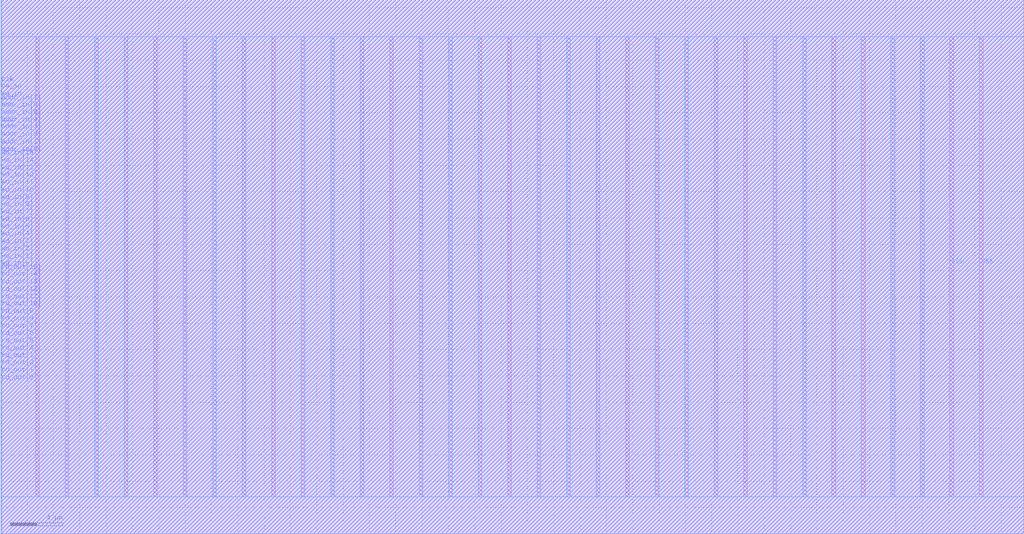
<source format=lef>
VERSION 5.7 ;
BUSBITCHARS "[]" ;
MACRO fakeram45_256x16_bottom
  FOREIGN fakeram45_256x16_bottom 0 0 ;
  SYMMETRY X Y R90 ;
  SIZE 77.710 BY 40.600 ;
  CLASS BLOCK ;
  PIN rd_out[0]
    DIRECTION OUTPUT ;
    USE SIGNAL ;
    SHAPE ABUTMENT ;
    PORT
      LAYER M3 ;
      RECT 0.000 11.480 0.070 11.550 ;
    END
  END rd_out[0]
  PIN rd_out[1]
    DIRECTION OUTPUT ;
    USE SIGNAL ;
    SHAPE ABUTMENT ;
    PORT
      LAYER M3 ;
      RECT 0.000 12.040 0.070 12.110 ;
    END
  END rd_out[1]
  PIN rd_out[2]
    DIRECTION OUTPUT ;
    USE SIGNAL ;
    SHAPE ABUTMENT ;
    PORT
      LAYER M3 ;
      RECT 0.000 12.600 0.070 12.670 ;
    END
  END rd_out[2]
  PIN rd_out[3]
    DIRECTION OUTPUT ;
    USE SIGNAL ;
    SHAPE ABUTMENT ;
    PORT
      LAYER M3 ;
      RECT 0.000 13.160 0.070 13.230 ;
    END
  END rd_out[3]
  PIN rd_out[4]
    DIRECTION OUTPUT ;
    USE SIGNAL ;
    SHAPE ABUTMENT ;
    PORT
      LAYER M3 ;
      RECT 0.000 13.720 0.070 13.790 ;
    END
  END rd_out[4]
  PIN rd_out[5]
    DIRECTION OUTPUT ;
    USE SIGNAL ;
    SHAPE ABUTMENT ;
    PORT
      LAYER M3 ;
      RECT 0.000 14.280 0.070 14.350 ;
    END
  END rd_out[5]
  PIN rd_out[6]
    DIRECTION OUTPUT ;
    USE SIGNAL ;
    SHAPE ABUTMENT ;
    PORT
      LAYER M3 ;
      RECT 0.000 14.840 0.070 14.910 ;
    END
  END rd_out[6]
  PIN rd_out[7]
    DIRECTION OUTPUT ;
    USE SIGNAL ;
    SHAPE ABUTMENT ;
    PORT
      LAYER M3 ;
      RECT 0.000 15.400 0.070 15.470 ;
    END
  END rd_out[7]
  PIN rd_out[8]
    DIRECTION OUTPUT ;
    USE SIGNAL ;
    SHAPE ABUTMENT ;
    PORT
      LAYER M3 ;
      RECT 0.000 15.960 0.070 16.030 ;
    END
  END rd_out[8]
  PIN rd_out[9]
    DIRECTION OUTPUT ;
    USE SIGNAL ;
    SHAPE ABUTMENT ;
    PORT
      LAYER M3 ;
      RECT 0.000 16.520 0.070 16.590 ;
    END
  END rd_out[9]
  PIN rd_out[10]
    DIRECTION OUTPUT ;
    USE SIGNAL ;
    SHAPE ABUTMENT ;
    PORT
      LAYER M3 ;
      RECT 0.000 17.080 0.070 17.150 ;
    END
  END rd_out[10]
  PIN rd_out[11]
    DIRECTION OUTPUT ;
    USE SIGNAL ;
    SHAPE ABUTMENT ;
    PORT
      LAYER M3 ;
      RECT 0.000 17.640 0.070 17.710 ;
    END
  END rd_out[11]
  PIN rd_out[12]
    DIRECTION OUTPUT ;
    USE SIGNAL ;
    SHAPE ABUTMENT ;
    PORT
      LAYER M3 ;
      RECT 0.000 18.200 0.070 18.270 ;
    END
  END rd_out[12]
  PIN rd_out[13]
    DIRECTION OUTPUT ;
    USE SIGNAL ;
    SHAPE ABUTMENT ;
    PORT
      LAYER M3 ;
      RECT 0.000 18.760 0.070 18.830 ;
    END
  END rd_out[13]
  PIN rd_out[14]
    DIRECTION OUTPUT ;
    USE SIGNAL ;
    SHAPE ABUTMENT ;
    PORT
      LAYER M3 ;
      RECT 0.000 19.320 0.070 19.390 ;
    END
  END rd_out[14]
  PIN rd_out[15]
    DIRECTION OUTPUT ;
    USE SIGNAL ;
    SHAPE ABUTMENT ;
    PORT
      LAYER M3 ;
      RECT 0.000 19.880 0.070 19.950 ;
    END
  END rd_out[15]
  PIN wd_in[0]
    DIRECTION INPUT ;
    USE SIGNAL ;
    SHAPE ABUTMENT ;
    PORT
      LAYER M3 ;
      RECT 0.000 20.160 0.070 20.230 ;
    END
  END wd_in[0]
  PIN wd_in[1]
    DIRECTION INPUT ;
    USE SIGNAL ;
    SHAPE ABUTMENT ;
    PORT
      LAYER M3 ;
      RECT 0.000 20.720 0.070 20.790 ;
    END
  END wd_in[1]
  PIN wd_in[2]
    DIRECTION INPUT ;
    USE SIGNAL ;
    SHAPE ABUTMENT ;
    PORT
      LAYER M3 ;
      RECT 0.000 21.280 0.070 21.350 ;
    END
  END wd_in[2]
  PIN wd_in[3]
    DIRECTION INPUT ;
    USE SIGNAL ;
    SHAPE ABUTMENT ;
    PORT
      LAYER M3 ;
      RECT 0.000 21.840 0.070 21.910 ;
    END
  END wd_in[3]
  PIN wd_in[4]
    DIRECTION INPUT ;
    USE SIGNAL ;
    SHAPE ABUTMENT ;
    PORT
      LAYER M3 ;
      RECT 0.000 22.400 0.070 22.470 ;
    END
  END wd_in[4]
  PIN wd_in[5]
    DIRECTION INPUT ;
    USE SIGNAL ;
    SHAPE ABUTMENT ;
    PORT
      LAYER M3 ;
      RECT 0.000 22.960 0.070 23.030 ;
    END
  END wd_in[5]
  PIN wd_in[6]
    DIRECTION INPUT ;
    USE SIGNAL ;
    SHAPE ABUTMENT ;
    PORT
      LAYER M3 ;
      RECT 0.000 23.520 0.070 23.590 ;
    END
  END wd_in[6]
  PIN wd_in[7]
    DIRECTION INPUT ;
    USE SIGNAL ;
    SHAPE ABUTMENT ;
    PORT
      LAYER M3 ;
      RECT 0.000 24.080 0.070 24.150 ;
    END
  END wd_in[7]
  PIN wd_in[8]
    DIRECTION INPUT ;
    USE SIGNAL ;
    SHAPE ABUTMENT ;
    PORT
      LAYER M3 ;
      RECT 0.000 24.640 0.070 24.710 ;
    END
  END wd_in[8]
  PIN wd_in[9]
    DIRECTION INPUT ;
    USE SIGNAL ;
    SHAPE ABUTMENT ;
    PORT
      LAYER M3 ;
      RECT 0.000 25.200 0.070 25.270 ;
    END
  END wd_in[9]
  PIN wd_in[10]
    DIRECTION INPUT ;
    USE SIGNAL ;
    SHAPE ABUTMENT ;
    PORT
      LAYER M3 ;
      RECT 0.000 25.760 0.070 25.830 ;
    END
  END wd_in[10]
  PIN wd_in[11]
    DIRECTION INPUT ;
    USE SIGNAL ;
    SHAPE ABUTMENT ;
    PORT
      LAYER M3 ;
      RECT 0.000 26.320 0.070 26.390 ;
    END
  END wd_in[11]
  PIN wd_in[12]
    DIRECTION INPUT ;
    USE SIGNAL ;
    SHAPE ABUTMENT ;
    PORT
      LAYER M3 ;
      RECT 0.000 26.880 0.070 26.950 ;
    END
  END wd_in[12]
  PIN wd_in[13]
    DIRECTION INPUT ;
    USE SIGNAL ;
    SHAPE ABUTMENT ;
    PORT
      LAYER M3 ;
      RECT 0.000 27.440 0.070 27.510 ;
    END
  END wd_in[13]
  PIN wd_in[14]
    DIRECTION INPUT ;
    USE SIGNAL ;
    SHAPE ABUTMENT ;
    PORT
      LAYER M3 ;
      RECT 0.000 28.000 0.070 28.070 ;
    END
  END wd_in[14]
  PIN wd_in[15]
    DIRECTION INPUT ;
    USE SIGNAL ;
    SHAPE ABUTMENT ;
    PORT
      LAYER M3 ;
      RECT 0.000 28.560 0.070 28.630 ;
    END
  END wd_in[15]
  PIN addr_in[0]
    DIRECTION INPUT ;
    USE SIGNAL ;
    SHAPE ABUTMENT ;
    PORT
      LAYER M3 ;
      RECT 0.000 28.840 0.070 28.910 ;
    END
  END addr_in[0]
  PIN addr_in[1]
    DIRECTION INPUT ;
    USE SIGNAL ;
    SHAPE ABUTMENT ;
    PORT
      LAYER M3 ;
      RECT 0.000 29.400 0.070 29.470 ;
    END
  END addr_in[1]
  PIN addr_in[2]
    DIRECTION INPUT ;
    USE SIGNAL ;
    SHAPE ABUTMENT ;
    PORT
      LAYER M3 ;
      RECT 0.000 29.960 0.070 30.030 ;
    END
  END addr_in[2]
  PIN addr_in[3]
    DIRECTION INPUT ;
    USE SIGNAL ;
    SHAPE ABUTMENT ;
    PORT
      LAYER M3 ;
      RECT 0.000 30.520 0.070 30.590 ;
    END
  END addr_in[3]
  PIN addr_in[4]
    DIRECTION INPUT ;
    USE SIGNAL ;
    SHAPE ABUTMENT ;
    PORT
      LAYER M3 ;
      RECT 0.000 31.080 0.070 31.150 ;
    END
  END addr_in[4]
  PIN addr_in[5]
    DIRECTION INPUT ;
    USE SIGNAL ;
    SHAPE ABUTMENT ;
    PORT
      LAYER M3 ;
      RECT 0.000 31.640 0.070 31.710 ;
    END
  END addr_in[5]
  PIN addr_in[6]
    DIRECTION INPUT ;
    USE SIGNAL ;
    SHAPE ABUTMENT ;
    PORT
      LAYER M3 ;
      RECT 0.000 32.200 0.070 32.270 ;
    END
  END addr_in[6]
  PIN addr_in[7]
    DIRECTION INPUT ;
    USE SIGNAL ;
    SHAPE ABUTMENT ;
    PORT
      LAYER M3 ;
      RECT 0.000 32.760 0.070 32.830 ;
    END
  END addr_in[7]
  PIN we_in
    DIRECTION INPUT ;
    USE SIGNAL ;
    SHAPE ABUTMENT ;
    PORT
      LAYER M3 ;
      RECT 0.000 33.040 0.070 33.110 ;
    END
  END we_in
  PIN ce_in
    DIRECTION INPUT ;
    USE SIGNAL ;
    SHAPE ABUTMENT ;
    PORT
      LAYER M3 ;
      RECT 0.000 33.600 0.070 33.670 ;
    END
  END ce_in
  PIN clk
    DIRECTION INPUT ;
    USE SIGNAL ;
    SHAPE ABUTMENT ;
    PORT
      LAYER M3 ;
      RECT 0.000 34.160 0.070 34.230 ;
    END
  END clk
  PIN VSS
    DIRECTION INOUT ;
    USE GROUND ;
    PORT
      LAYER M4 ;
      RECT 2.660 2.800 2.940 37.800 ;
      RECT 7.140 2.800 7.420 37.800 ;
      RECT 11.620 2.800 11.900 37.800 ;
      RECT 16.100 2.800 16.380 37.800 ;
      RECT 20.580 2.800 20.860 37.800 ;
      RECT 25.060 2.800 25.340 37.800 ;
      RECT 29.540 2.800 29.820 37.800 ;
      RECT 34.020 2.800 34.300 37.800 ;
      RECT 38.500 2.800 38.780 37.800 ;
      RECT 42.980 2.800 43.260 37.800 ;
      RECT 47.460 2.800 47.740 37.800 ;
      RECT 51.940 2.800 52.220 37.800 ;
      RECT 56.420 2.800 56.700 37.800 ;
      RECT 60.900 2.800 61.180 37.800 ;
      RECT 65.380 2.800 65.660 37.800 ;
      RECT 69.860 2.800 70.140 37.800 ;
      RECT 74.340 2.800 74.620 37.800 ;
    END
  END VSS
  PIN VDD
    DIRECTION INOUT ;
    USE POWER ;
    PORT
      LAYER M4 ;
      RECT 4.900 2.800 5.180 37.800 ;
      RECT 9.380 2.800 9.660 37.800 ;
      RECT 13.860 2.800 14.140 37.800 ;
      RECT 18.340 2.800 18.620 37.800 ;
      RECT 22.820 2.800 23.100 37.800 ;
      RECT 27.300 2.800 27.580 37.800 ;
      RECT 31.780 2.800 32.060 37.800 ;
      RECT 36.260 2.800 36.540 37.800 ;
      RECT 40.740 2.800 41.020 37.800 ;
      RECT 45.220 2.800 45.500 37.800 ;
      RECT 49.700 2.800 49.980 37.800 ;
      RECT 54.180 2.800 54.460 37.800 ;
      RECT 58.660 2.800 58.940 37.800 ;
      RECT 63.140 2.800 63.420 37.800 ;
      RECT 67.620 2.800 67.900 37.800 ;
      RECT 72.100 2.800 72.380 37.800 ;
    END
  END VDD
  OBS
    LAYER M1 ;
    RECT 0 0 77.710 40.600 ;
    LAYER M2 ;
    RECT 0 0 77.710 40.600 ;
    LAYER M3 ;
    RECT 0.070 0 77.710 40.600 ;
    RECT 0 0.000 0.070 2.800 ;
    RECT 0 2.870 0.070 3.360 ;
    RECT 0 3.430 0.070 3.920 ;
    RECT 0 3.990 0.070 4.480 ;
    RECT 0 4.550 0.070 5.040 ;
    RECT 0 5.110 0.070 5.600 ;
    RECT 0 5.670 0.070 6.160 ;
    RECT 0 6.230 0.070 6.720 ;
    RECT 0 6.790 0.070 7.280 ;
    RECT 0 7.350 0.070 7.840 ;
    RECT 0 7.910 0.070 8.400 ;
    RECT 0 8.470 0.070 8.960 ;
    RECT 0 9.030 0.070 9.520 ;
    RECT 0 9.590 0.070 10.080 ;
    RECT 0 10.150 0.070 10.640 ;
    RECT 0 10.710 0.070 11.200 ;
    RECT 0 11.270 0.070 11.480 ;
    RECT 0 11.550 0.070 12.040 ;
    RECT 0 12.110 0.070 12.600 ;
    RECT 0 12.670 0.070 13.160 ;
    RECT 0 13.230 0.070 13.720 ;
    RECT 0 13.790 0.070 14.280 ;
    RECT 0 14.350 0.070 14.840 ;
    RECT 0 14.910 0.070 15.400 ;
    RECT 0 15.470 0.070 15.960 ;
    RECT 0 16.030 0.070 16.520 ;
    RECT 0 16.590 0.070 17.080 ;
    RECT 0 17.150 0.070 17.640 ;
    RECT 0 17.710 0.070 18.200 ;
    RECT 0 18.270 0.070 18.760 ;
    RECT 0 18.830 0.070 19.320 ;
    RECT 0 19.390 0.070 19.880 ;
    RECT 0 19.950 0.070 20.160 ;
    RECT 0 20.230 0.070 20.720 ;
    RECT 0 20.790 0.070 21.280 ;
    RECT 0 21.350 0.070 21.840 ;
    RECT 0 21.910 0.070 22.400 ;
    RECT 0 22.470 0.070 22.960 ;
    RECT 0 23.030 0.070 23.520 ;
    RECT 0 23.590 0.070 24.080 ;
    RECT 0 24.150 0.070 24.640 ;
    RECT 0 24.710 0.070 25.200 ;
    RECT 0 25.270 0.070 25.760 ;
    RECT 0 25.830 0.070 26.320 ;
    RECT 0 26.390 0.070 26.880 ;
    RECT 0 26.950 0.070 27.440 ;
    RECT 0 27.510 0.070 28.000 ;
    RECT 0 28.070 0.070 28.560 ;
    RECT 0 28.630 0.070 28.840 ;
    RECT 0 28.910 0.070 29.400 ;
    RECT 0 29.470 0.070 29.960 ;
    RECT 0 30.030 0.070 30.520 ;
    RECT 0 30.590 0.070 31.080 ;
    RECT 0 31.150 0.070 31.640 ;
    RECT 0 31.710 0.070 32.200 ;
    RECT 0 32.270 0.070 32.760 ;
    RECT 0 32.830 0.070 33.040 ;
    RECT 0 33.110 0.070 33.600 ;
    RECT 0 33.670 0.070 34.160 ;
    RECT 0 34.230 0.070 40.600 ;
    LAYER M4 ;
    RECT 0 0 77.710 2.800 ;
    RECT 0 37.800 77.710 40.600 ;
    RECT 0.000 2.800 2.660 37.800 ;
    RECT 2.940 2.800 4.900 37.800 ;
    RECT 5.180 2.800 7.140 37.800 ;
    RECT 7.420 2.800 9.380 37.800 ;
    RECT 9.660 2.800 11.620 37.800 ;
    RECT 11.900 2.800 13.860 37.800 ;
    RECT 14.140 2.800 16.100 37.800 ;
    RECT 16.380 2.800 18.340 37.800 ;
    RECT 18.620 2.800 20.580 37.800 ;
    RECT 20.860 2.800 22.820 37.800 ;
    RECT 23.100 2.800 25.060 37.800 ;
    RECT 25.340 2.800 27.300 37.800 ;
    RECT 27.580 2.800 29.540 37.800 ;
    RECT 29.820 2.800 31.780 37.800 ;
    RECT 32.060 2.800 34.020 37.800 ;
    RECT 34.300 2.800 36.260 37.800 ;
    RECT 36.540 2.800 38.500 37.800 ;
    RECT 38.780 2.800 40.740 37.800 ;
    RECT 41.020 2.800 42.980 37.800 ;
    RECT 43.260 2.800 45.220 37.800 ;
    RECT 45.500 2.800 47.460 37.800 ;
    RECT 47.740 2.800 49.700 37.800 ;
    RECT 49.980 2.800 51.940 37.800 ;
    RECT 52.220 2.800 54.180 37.800 ;
    RECT 54.460 2.800 56.420 37.800 ;
    RECT 56.700 2.800 58.660 37.800 ;
    RECT 58.940 2.800 60.900 37.800 ;
    RECT 61.180 2.800 63.140 37.800 ;
    RECT 63.420 2.800 65.380 37.800 ;
    RECT 65.660 2.800 67.620 37.800 ;
    RECT 67.900 2.800 69.860 37.800 ;
    RECT 70.140 2.800 72.100 37.800 ;
    RECT 72.380 2.800 74.340 37.800 ;
    RECT 74.620 2.800 77.710 37.800 ;
  END
END fakeram45_256x16_bottom

END LIBRARY

</source>
